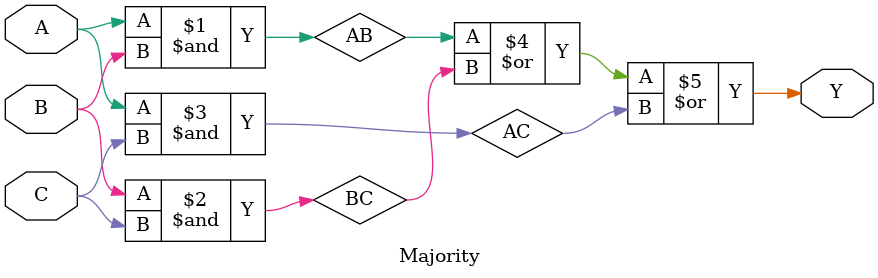
<source format=v>
  	                                            		
module Majority (A, B, C, Y);                 	
   input  A, B, C;			
   output Y; 

   wire AB, BC, AC;

   and (AB, A, B); // A AND B
   and (BC, B, C); // B AND C
   and (AC, A, C); // A AND C
   or  (Y, AB, BC, AC); // (A AND B) OR (B AND C) OR (A AND C)

endmodule // Majority  




    
</source>
